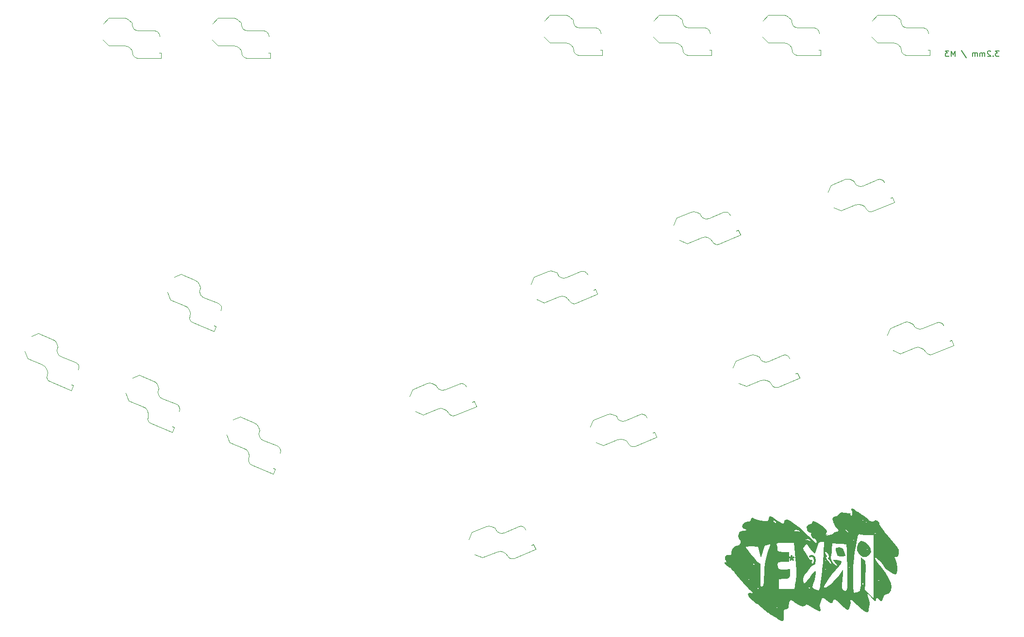
<source format=gbr>
%TF.GenerationSoftware,KiCad,Pcbnew,7.0.5*%
%TF.CreationDate,2023-08-11T22:31:08-05:00*%
%TF.ProjectId,ArkeyV2,41726b65-7956-4322-9e6b-696361645f70,rev?*%
%TF.SameCoordinates,Original*%
%TF.FileFunction,Legend,Bot*%
%TF.FilePolarity,Positive*%
%FSLAX46Y46*%
G04 Gerber Fmt 4.6, Leading zero omitted, Abs format (unit mm)*
G04 Created by KiCad (PCBNEW 7.0.5) date 2023-08-11 22:31:08*
%MOMM*%
%LPD*%
G01*
G04 APERTURE LIST*
%ADD10C,0.150000*%
%ADD11C,0.300000*%
%ADD12C,0.120000*%
G04 APERTURE END LIST*
D10*
X247662458Y-34937819D02*
X247043411Y-34937819D01*
X247043411Y-34937819D02*
X247376744Y-35318771D01*
X247376744Y-35318771D02*
X247233887Y-35318771D01*
X247233887Y-35318771D02*
X247138649Y-35366390D01*
X247138649Y-35366390D02*
X247091030Y-35414009D01*
X247091030Y-35414009D02*
X247043411Y-35509247D01*
X247043411Y-35509247D02*
X247043411Y-35747342D01*
X247043411Y-35747342D02*
X247091030Y-35842580D01*
X247091030Y-35842580D02*
X247138649Y-35890200D01*
X247138649Y-35890200D02*
X247233887Y-35937819D01*
X247233887Y-35937819D02*
X247519601Y-35937819D01*
X247519601Y-35937819D02*
X247614839Y-35890200D01*
X247614839Y-35890200D02*
X247662458Y-35842580D01*
X246614839Y-35842580D02*
X246567220Y-35890200D01*
X246567220Y-35890200D02*
X246614839Y-35937819D01*
X246614839Y-35937819D02*
X246662458Y-35890200D01*
X246662458Y-35890200D02*
X246614839Y-35842580D01*
X246614839Y-35842580D02*
X246614839Y-35937819D01*
X246186268Y-35033057D02*
X246138649Y-34985438D01*
X246138649Y-34985438D02*
X246043411Y-34937819D01*
X246043411Y-34937819D02*
X245805316Y-34937819D01*
X245805316Y-34937819D02*
X245710078Y-34985438D01*
X245710078Y-34985438D02*
X245662459Y-35033057D01*
X245662459Y-35033057D02*
X245614840Y-35128295D01*
X245614840Y-35128295D02*
X245614840Y-35223533D01*
X245614840Y-35223533D02*
X245662459Y-35366390D01*
X245662459Y-35366390D02*
X246233887Y-35937819D01*
X246233887Y-35937819D02*
X245614840Y-35937819D01*
X245186268Y-35937819D02*
X245186268Y-35271152D01*
X245186268Y-35366390D02*
X245138649Y-35318771D01*
X245138649Y-35318771D02*
X245043411Y-35271152D01*
X245043411Y-35271152D02*
X244900554Y-35271152D01*
X244900554Y-35271152D02*
X244805316Y-35318771D01*
X244805316Y-35318771D02*
X244757697Y-35414009D01*
X244757697Y-35414009D02*
X244757697Y-35937819D01*
X244757697Y-35414009D02*
X244710078Y-35318771D01*
X244710078Y-35318771D02*
X244614840Y-35271152D01*
X244614840Y-35271152D02*
X244471983Y-35271152D01*
X244471983Y-35271152D02*
X244376744Y-35318771D01*
X244376744Y-35318771D02*
X244329125Y-35414009D01*
X244329125Y-35414009D02*
X244329125Y-35937819D01*
X243852935Y-35937819D02*
X243852935Y-35271152D01*
X243852935Y-35366390D02*
X243805316Y-35318771D01*
X243805316Y-35318771D02*
X243710078Y-35271152D01*
X243710078Y-35271152D02*
X243567221Y-35271152D01*
X243567221Y-35271152D02*
X243471983Y-35318771D01*
X243471983Y-35318771D02*
X243424364Y-35414009D01*
X243424364Y-35414009D02*
X243424364Y-35937819D01*
X243424364Y-35414009D02*
X243376745Y-35318771D01*
X243376745Y-35318771D02*
X243281507Y-35271152D01*
X243281507Y-35271152D02*
X243138650Y-35271152D01*
X243138650Y-35271152D02*
X243043411Y-35318771D01*
X243043411Y-35318771D02*
X242995792Y-35414009D01*
X242995792Y-35414009D02*
X242995792Y-35937819D01*
X241043412Y-34890200D02*
X241900554Y-36175914D01*
X239948173Y-35937819D02*
X239948173Y-34937819D01*
X239948173Y-34937819D02*
X239614840Y-35652104D01*
X239614840Y-35652104D02*
X239281507Y-34937819D01*
X239281507Y-34937819D02*
X239281507Y-35937819D01*
X238900554Y-34937819D02*
X238281507Y-34937819D01*
X238281507Y-34937819D02*
X238614840Y-35318771D01*
X238614840Y-35318771D02*
X238471983Y-35318771D01*
X238471983Y-35318771D02*
X238376745Y-35366390D01*
X238376745Y-35366390D02*
X238329126Y-35414009D01*
X238329126Y-35414009D02*
X238281507Y-35509247D01*
X238281507Y-35509247D02*
X238281507Y-35747342D01*
X238281507Y-35747342D02*
X238329126Y-35842580D01*
X238329126Y-35842580D02*
X238376745Y-35890200D01*
X238376745Y-35890200D02*
X238471983Y-35937819D01*
X238471983Y-35937819D02*
X238757697Y-35937819D01*
X238757697Y-35937819D02*
X238852935Y-35890200D01*
X238852935Y-35890200D02*
X238900554Y-35842580D01*
D11*
%TO.C,G\u002A\u002A\u002A*%
X214681427Y-123201757D02*
X214824285Y-123130328D01*
X214824285Y-123130328D02*
X215038570Y-123130328D01*
X215038570Y-123130328D02*
X215252856Y-123201757D01*
X215252856Y-123201757D02*
X215395713Y-123344614D01*
X215395713Y-123344614D02*
X215467142Y-123487471D01*
X215467142Y-123487471D02*
X215538570Y-123773185D01*
X215538570Y-123773185D02*
X215538570Y-123987471D01*
X215538570Y-123987471D02*
X215467142Y-124273185D01*
X215467142Y-124273185D02*
X215395713Y-124416042D01*
X215395713Y-124416042D02*
X215252856Y-124558900D01*
X215252856Y-124558900D02*
X215038570Y-124630328D01*
X215038570Y-124630328D02*
X214895713Y-124630328D01*
X214895713Y-124630328D02*
X214681427Y-124558900D01*
X214681427Y-124558900D02*
X214609999Y-124487471D01*
X214609999Y-124487471D02*
X214609999Y-123987471D01*
X214609999Y-123987471D02*
X214895713Y-123987471D01*
X213752856Y-123130328D02*
X213752856Y-123487471D01*
X214109999Y-123344614D02*
X213752856Y-123487471D01*
X213752856Y-123487471D02*
X213395713Y-123344614D01*
X213967142Y-123773185D02*
X213752856Y-123487471D01*
X213752856Y-123487471D02*
X213538570Y-123773185D01*
X212609999Y-123130328D02*
X212609999Y-123487471D01*
X212967142Y-123344614D02*
X212609999Y-123487471D01*
X212609999Y-123487471D02*
X212252856Y-123344614D01*
X212824285Y-123773185D02*
X212609999Y-123487471D01*
X212609999Y-123487471D02*
X212395713Y-123773185D01*
X211467142Y-123130328D02*
X211467142Y-123487471D01*
X211824285Y-123344614D02*
X211467142Y-123487471D01*
X211467142Y-123487471D02*
X211109999Y-123344614D01*
X211681428Y-123773185D02*
X211467142Y-123487471D01*
X211467142Y-123487471D02*
X211252856Y-123773185D01*
G36*
X224977054Y-116907931D02*
G01*
X224977060Y-116908756D01*
X225149467Y-117030091D01*
X225560973Y-117070929D01*
X225582106Y-117070209D01*
X225945017Y-117002409D01*
X226029459Y-116869119D01*
X226060696Y-116802452D01*
X226331588Y-116905535D01*
X226593437Y-117099713D01*
X226656515Y-117211231D01*
X226749147Y-117374999D01*
X226807669Y-117574551D01*
X227100675Y-118080054D01*
X227610113Y-118791453D01*
X227725647Y-118936878D01*
X227906942Y-119165077D01*
X228302415Y-119662867D01*
X229144011Y-120648412D01*
X229549729Y-121115168D01*
X229939118Y-121606959D01*
X230139598Y-121968018D01*
X230197528Y-122290498D01*
X230159268Y-122666551D01*
X230078200Y-123048181D01*
X229924965Y-123294528D01*
X229661595Y-123298584D01*
X229479588Y-123259328D01*
X229387288Y-123323589D01*
X229550161Y-123625060D01*
X229657904Y-123878554D01*
X229794484Y-124473346D01*
X229869556Y-125173154D01*
X229884649Y-125602491D01*
X229862980Y-126048056D01*
X229761739Y-126249461D01*
X229555819Y-126296616D01*
X229490122Y-126289533D01*
X229096879Y-126135210D01*
X228588680Y-125839396D01*
X228081765Y-125482237D01*
X227692373Y-125143879D01*
X227536744Y-124904472D01*
X227462557Y-124749268D01*
X227176527Y-124376419D01*
X226749147Y-123905092D01*
X226699470Y-123854291D01*
X226248350Y-123454812D01*
X226006795Y-123351759D01*
X225983203Y-123508431D01*
X226185973Y-123888125D01*
X226623505Y-124454139D01*
X227128062Y-125069199D01*
X227848128Y-126068398D01*
X228412590Y-127009226D01*
X228576710Y-127371231D01*
X228779967Y-127819564D01*
X228908777Y-128427292D01*
X228789715Y-129151657D01*
X228464825Y-129638308D01*
X227973705Y-129813539D01*
X227631921Y-129949069D01*
X227438295Y-130399693D01*
X227279398Y-130858118D01*
X227059828Y-130956226D01*
X226749147Y-130692770D01*
X226587849Y-130533368D01*
X226331240Y-130399693D01*
X226251957Y-130432576D01*
X226235274Y-130478998D01*
X226158450Y-130692770D01*
X226142363Y-130876612D01*
X226033709Y-130955937D01*
X225781566Y-130769854D01*
X225338634Y-130295438D01*
X225136394Y-130074243D01*
X224817771Y-129762682D01*
X224664222Y-129668067D01*
X224658459Y-129724159D01*
X224730095Y-130054683D01*
X224890862Y-130566839D01*
X224966191Y-130806974D01*
X225069691Y-131314202D01*
X225049884Y-131613136D01*
X224965966Y-131900075D01*
X224934728Y-132381696D01*
X224907469Y-132693253D01*
X224707400Y-132922768D01*
X224310198Y-132829954D01*
X223710309Y-132412864D01*
X222902180Y-131669554D01*
X222421009Y-131203461D01*
X221979614Y-130820180D01*
X221755935Y-130704156D01*
X221727020Y-130839169D01*
X221759315Y-131217512D01*
X221684580Y-131771482D01*
X221516033Y-132250560D01*
X221294829Y-132496890D01*
X221282640Y-132499213D01*
X221027726Y-132380470D01*
X220599679Y-132046845D01*
X220084189Y-131564344D01*
X219570123Y-131085020D01*
X219072980Y-130752908D01*
X218775313Y-130756352D01*
X218676279Y-131095070D01*
X218675950Y-131116416D01*
X218549875Y-131351844D01*
X218205360Y-131274846D01*
X217655875Y-130888154D01*
X217186240Y-130539949D01*
X216828203Y-130411862D01*
X216682674Y-130595077D01*
X216680153Y-130614668D01*
X216601600Y-130977313D01*
X216418273Y-131437922D01*
X216366938Y-131764127D01*
X216480282Y-132268306D01*
X216524158Y-132373308D01*
X216544879Y-132681032D01*
X216292889Y-132730281D01*
X215784575Y-132523388D01*
X215036321Y-132062685D01*
X214772463Y-131886621D01*
X214309363Y-131617561D01*
X214042684Y-131557042D01*
X213894367Y-131678823D01*
X213744546Y-131859311D01*
X213400863Y-131937746D01*
X212887166Y-131748747D01*
X212156004Y-131281465D01*
X211739737Y-130989343D01*
X211367601Y-130790393D01*
X211159509Y-130859717D01*
X211045067Y-131237211D01*
X210953883Y-131962770D01*
X210948210Y-132008323D01*
X210926873Y-132060462D01*
X210811074Y-132343433D01*
X210474452Y-132393250D01*
X210309002Y-132380313D01*
X210142061Y-132458697D01*
X210083206Y-132742409D01*
X210094887Y-133323484D01*
X210104326Y-133680643D01*
X210089449Y-134174103D01*
X210041190Y-134409384D01*
X209981926Y-134443076D01*
X209637742Y-134412800D01*
X209170071Y-134211462D01*
X208720178Y-133894159D01*
X208403609Y-133645066D01*
X208156504Y-133525847D01*
X208110517Y-133515026D01*
X207808154Y-133342956D01*
X207381597Y-133027857D01*
X207324270Y-132981703D01*
X206830460Y-132586386D01*
X206175162Y-132064182D01*
X206170478Y-132060462D01*
X208831318Y-132060462D01*
X208929767Y-132158154D01*
X209028217Y-132060462D01*
X208929767Y-131962770D01*
X208831318Y-132060462D01*
X206170478Y-132060462D01*
X205484031Y-131515255D01*
X205310706Y-131376872D01*
X204707079Y-130879404D01*
X204233379Y-130465765D01*
X203979966Y-130214122D01*
X203960867Y-130188820D01*
X203829426Y-129810275D01*
X203971560Y-129549393D01*
X204325953Y-129527806D01*
X204540497Y-129581645D01*
X204696434Y-129570663D01*
X204696056Y-129568701D01*
X204554336Y-129395125D01*
X204193107Y-129001399D01*
X203944486Y-128738924D01*
X205484031Y-128738924D01*
X205582481Y-128836616D01*
X205680930Y-128738924D01*
X205582481Y-128641231D01*
X205484031Y-128738924D01*
X203944486Y-128738924D01*
X203665164Y-128444038D01*
X203023301Y-127779559D01*
X202987148Y-127742385D01*
X202455353Y-127175847D01*
X203908837Y-127175847D01*
X204007287Y-127273539D01*
X204105736Y-127175847D01*
X204007287Y-127078154D01*
X203908837Y-127175847D01*
X202455353Y-127175847D01*
X202359416Y-127073642D01*
X201862728Y-126501589D01*
X201546396Y-126085930D01*
X201459727Y-125886370D01*
X201472316Y-125796478D01*
X201262318Y-125710462D01*
X201113869Y-125673671D01*
X200955349Y-125417385D01*
X200929100Y-125282002D01*
X200724729Y-125124308D01*
X200616513Y-125103612D01*
X200257891Y-124896738D01*
X199922305Y-124581788D01*
X199802762Y-124355491D01*
X204744710Y-124355491D01*
X204794884Y-124538154D01*
X204835336Y-124595992D01*
X205015024Y-124733539D01*
X205041957Y-124720818D01*
X204991783Y-124538154D01*
X204951330Y-124480317D01*
X204771643Y-124342770D01*
X204744710Y-124355491D01*
X199802762Y-124355491D01*
X199773954Y-124300956D01*
X199788657Y-124243176D01*
X199970853Y-124245077D01*
X200108542Y-124302724D01*
X200142605Y-124169346D01*
X199933474Y-123769830D01*
X199878082Y-123664705D01*
X199857444Y-123243006D01*
X200117983Y-122954366D01*
X200568790Y-122920343D01*
X200740788Y-122948638D01*
X200913490Y-122833313D01*
X200955349Y-122422791D01*
X201125258Y-121834452D01*
X201436903Y-121524770D01*
X203515039Y-121524770D01*
X203613801Y-121747064D01*
X203908931Y-122181023D01*
X204330206Y-122729382D01*
X204806234Y-123305937D01*
X205265622Y-123824487D01*
X205636979Y-124198832D01*
X205848912Y-124342770D01*
X205900534Y-124352104D01*
X206002916Y-124488377D01*
X206039260Y-124720818D01*
X206056983Y-124834165D01*
X206068407Y-125449473D01*
X206042862Y-126394308D01*
X206018565Y-127175847D01*
X206016363Y-127246666D01*
X206017574Y-127872040D01*
X206058496Y-128235591D01*
X206147288Y-128404475D01*
X206292109Y-128445847D01*
X206315204Y-128445023D01*
X206448950Y-128380820D01*
X206544859Y-128170646D01*
X206613699Y-127753309D01*
X206666237Y-127067619D01*
X206713238Y-126052385D01*
X206743138Y-125398130D01*
X206814979Y-124426647D01*
X206924668Y-123666717D01*
X207091556Y-123002059D01*
X207334995Y-122316397D01*
X207562413Y-121715083D01*
X207694024Y-121279650D01*
X207684096Y-121092702D01*
X207542659Y-121095243D01*
X207374365Y-121149072D01*
X206965895Y-121216616D01*
X206835366Y-121307480D01*
X206625402Y-121705370D01*
X206424170Y-122340077D01*
X206140466Y-123463539D01*
X205855777Y-122486616D01*
X205571088Y-121509693D01*
X204543064Y-121450636D01*
X204146721Y-121438222D01*
X203692079Y-121460443D01*
X203515039Y-121524770D01*
X201436903Y-121524770D01*
X201572380Y-121390146D01*
X202180556Y-121216616D01*
X202370798Y-121132833D01*
X202412314Y-121047027D01*
X208863537Y-121047027D01*
X208904114Y-121265462D01*
X208907213Y-121279650D01*
X208972295Y-121577579D01*
X209025528Y-122047000D01*
X209026249Y-122072206D01*
X209114379Y-122269101D01*
X209412972Y-122364203D01*
X210012713Y-122388924D01*
X210997209Y-122388924D01*
X210997209Y-123268154D01*
X210997209Y-124147385D01*
X210012713Y-124147385D01*
X209684254Y-124150695D01*
X209253807Y-124194602D01*
X209069180Y-124325236D01*
X209031232Y-124587000D01*
X209045067Y-124842243D01*
X209203650Y-125278068D01*
X209593909Y-125476501D01*
X210283899Y-125486404D01*
X211194109Y-125414569D01*
X211194109Y-126137138D01*
X211170289Y-126613047D01*
X211032777Y-126910283D01*
X210688150Y-127052729D01*
X210043081Y-127120084D01*
X209225693Y-127175847D01*
X209225405Y-128006231D01*
X209225150Y-128738924D01*
X209225116Y-128836616D01*
X210594489Y-128836616D01*
X211963861Y-128836616D01*
X212023515Y-128458568D01*
X214392772Y-128458568D01*
X214442946Y-128641231D01*
X214483398Y-128699069D01*
X214663086Y-128836616D01*
X214690019Y-128823895D01*
X214639845Y-128641231D01*
X214599392Y-128583393D01*
X214419705Y-128445847D01*
X214392772Y-128458568D01*
X212023515Y-128458568D01*
X212079476Y-128103924D01*
X212084406Y-128072703D01*
X212192419Y-127395994D01*
X212245966Y-127066150D01*
X213450453Y-127066150D01*
X213481874Y-127438608D01*
X213559734Y-127753058D01*
X213677145Y-127918517D01*
X213864284Y-127829758D01*
X214166961Y-127460744D01*
X214630985Y-126785435D01*
X215008713Y-126256974D01*
X215340322Y-125861599D01*
X215536417Y-125710462D01*
X215655740Y-125788376D01*
X215714784Y-126153204D01*
X215636958Y-126741260D01*
X215427442Y-127468924D01*
X215349141Y-127697246D01*
X215193832Y-128213950D01*
X215132093Y-128525268D01*
X215132316Y-128531629D01*
X215307751Y-128752507D01*
X215441557Y-128823895D01*
X215711813Y-128968081D01*
X216085568Y-129085061D01*
X216290120Y-129014029D01*
X216394559Y-128668994D01*
X216419135Y-128534153D01*
X217101085Y-128534153D01*
X217152987Y-128590208D01*
X217445659Y-128639336D01*
X217461500Y-128637840D01*
X217744600Y-128473666D01*
X218193161Y-128093608D01*
X218730999Y-127576801D01*
X219281932Y-127002381D01*
X219769777Y-126449482D01*
X220118352Y-125997240D01*
X220251473Y-125724789D01*
X220257444Y-125666717D01*
X220403632Y-125515077D01*
X220429958Y-125547973D01*
X220457612Y-125863119D01*
X220437049Y-126440700D01*
X220370034Y-127192557D01*
X220364036Y-127246977D01*
X220285802Y-128071908D01*
X220273718Y-128594074D01*
X220331783Y-128892377D01*
X220464000Y-129045719D01*
X220764093Y-129195243D01*
X221003252Y-129122883D01*
X221163182Y-128707024D01*
X221171061Y-128666218D01*
X221198413Y-128271226D01*
X221210768Y-127597342D01*
X221209896Y-126718973D01*
X221209173Y-126659800D01*
X222183179Y-126659800D01*
X222193799Y-127597342D01*
X222196010Y-127792555D01*
X222197870Y-127926632D01*
X222214527Y-128719284D01*
X222249987Y-129200458D01*
X222323681Y-129440037D01*
X222455038Y-129507907D01*
X222663488Y-129473950D01*
X222893495Y-129412691D01*
X223180261Y-129286757D01*
X223376532Y-129074512D01*
X223499413Y-128715071D01*
X223566009Y-128147549D01*
X223573136Y-127930075D01*
X223820597Y-127930075D01*
X223857273Y-128399278D01*
X223882434Y-128463290D01*
X223927054Y-128359503D01*
X223942903Y-127957385D01*
X223937796Y-127744293D01*
X223905168Y-127509452D01*
X223853299Y-127617740D01*
X223820597Y-127930075D01*
X223573136Y-127930075D01*
X223593423Y-127311059D01*
X223598760Y-126144718D01*
X223598760Y-123305282D01*
X224015770Y-123677487D01*
X224155734Y-123815815D01*
X224280681Y-124018187D01*
X224353526Y-124317774D01*
X224382680Y-124787858D01*
X224376557Y-125501719D01*
X224343572Y-126532639D01*
X224292383Y-127957385D01*
X224254363Y-129015586D01*
X225009507Y-129747292D01*
X225764651Y-130478998D01*
X225764651Y-127371231D01*
X226552248Y-127371231D01*
X226650698Y-127468924D01*
X226749147Y-127371231D01*
X226650698Y-127273539D01*
X226552248Y-127371231D01*
X225764651Y-127371231D01*
X225764651Y-124968576D01*
X225764651Y-119458154D01*
X225001667Y-119458154D01*
X224950286Y-119457904D01*
X224261153Y-119421386D01*
X223652194Y-119341759D01*
X223262281Y-119297736D01*
X223060679Y-119442563D01*
X222948001Y-119879067D01*
X222866137Y-120337385D01*
X222813788Y-120630462D01*
X222690667Y-121319751D01*
X222496081Y-122461774D01*
X222356276Y-123389550D01*
X222263169Y-124188160D01*
X222208673Y-124942684D01*
X222206144Y-125026616D01*
X222184705Y-125738204D01*
X222183179Y-126659800D01*
X221209173Y-126659800D01*
X221197567Y-125710526D01*
X221183418Y-125026616D01*
X221432868Y-125026616D01*
X221531318Y-125124308D01*
X221629767Y-125026616D01*
X221531318Y-124928924D01*
X221432868Y-125026616D01*
X221183418Y-125026616D01*
X221175552Y-124646407D01*
X221145619Y-123601023D01*
X221109539Y-122648781D01*
X221069082Y-121864088D01*
X221026017Y-121321349D01*
X220982115Y-121094971D01*
X220828028Y-121055299D01*
X220373892Y-121006420D01*
X219739847Y-120969438D01*
X218577829Y-120923539D01*
X218517326Y-121998154D01*
X218480173Y-122433759D01*
X218393659Y-122963604D01*
X218291380Y-123238362D01*
X218284797Y-123245516D01*
X218268528Y-123525748D01*
X218449777Y-123951048D01*
X218755959Y-124391131D01*
X218826910Y-124455365D01*
X219114485Y-124715715D01*
X219298356Y-124822267D01*
X219375920Y-124797777D01*
X219222195Y-124493717D01*
X219017048Y-124177597D01*
X218774729Y-123906146D01*
X218747425Y-123820101D01*
X218965455Y-123769301D01*
X219339206Y-123774654D01*
X219740689Y-123832730D01*
X220041913Y-123940101D01*
X220163383Y-124039292D01*
X220198160Y-124201898D01*
X220064131Y-124461012D01*
X219726431Y-124878212D01*
X219238588Y-125417385D01*
X219150196Y-125515077D01*
X219131404Y-125535648D01*
X218770384Y-125974384D01*
X218335424Y-126559805D01*
X217888769Y-127200203D01*
X217492664Y-127803867D01*
X217209354Y-128279087D01*
X217101085Y-128534153D01*
X216419135Y-128534153D01*
X216472283Y-128242542D01*
X216638024Y-127109291D01*
X216795200Y-125757308D01*
X216826943Y-125417385D01*
X217297985Y-125417385D01*
X217396434Y-125515077D01*
X217494884Y-125417385D01*
X217396434Y-125319693D01*
X217297985Y-125417385D01*
X216826943Y-125417385D01*
X216930983Y-124303282D01*
X216962665Y-123854308D01*
X217297985Y-123854308D01*
X217396434Y-123952000D01*
X217494884Y-123854308D01*
X217396434Y-123756616D01*
X217297985Y-123854308D01*
X216962665Y-123854308D01*
X217032552Y-122863904D01*
X217053643Y-122497472D01*
X217324621Y-122497472D01*
X217472733Y-122835866D01*
X217659834Y-123099573D01*
X217659888Y-123281845D01*
X217456160Y-123244406D01*
X217411510Y-123227857D01*
X217440308Y-123366784D01*
X217662227Y-123715428D01*
X217741189Y-123823464D01*
X217766355Y-123854308D01*
X218080946Y-124239876D01*
X218320657Y-124462609D01*
X218410602Y-124455365D01*
X218301066Y-124181845D01*
X218128050Y-123914586D01*
X217866602Y-123645382D01*
X217764101Y-123542068D01*
X217901316Y-123358098D01*
X217982835Y-123292012D01*
X218011996Y-123063570D01*
X217789731Y-122653820D01*
X217755012Y-122602276D01*
X217486653Y-122305095D01*
X217340126Y-122361164D01*
X217324621Y-122497472D01*
X217053643Y-122497472D01*
X217161102Y-120630462D01*
X216664435Y-120630462D01*
X216583628Y-120632368D01*
X216295450Y-120715627D01*
X216098821Y-120992310D01*
X215916251Y-121558539D01*
X215826963Y-121869491D01*
X215657810Y-122372308D01*
X215532750Y-122636620D01*
X215407700Y-122609519D01*
X215114705Y-122339378D01*
X214740786Y-121874688D01*
X214080805Y-120962751D01*
X213729205Y-121393620D01*
X213593626Y-121572338D01*
X213517808Y-121783485D01*
X213584422Y-122048485D01*
X213820944Y-122456322D01*
X214254848Y-123095979D01*
X214354038Y-123241030D01*
X214749641Y-123848351D01*
X215027318Y-124321489D01*
X215132093Y-124568188D01*
X215132036Y-124570550D01*
X215007365Y-124815398D01*
X214689342Y-125256022D01*
X214245498Y-125798694D01*
X213872796Y-126247824D01*
X213853317Y-126271298D01*
X213557681Y-126712666D01*
X213450453Y-127066150D01*
X212245966Y-127066150D01*
X212291596Y-126785077D01*
X212298768Y-126727472D01*
X212309810Y-126247824D01*
X212286459Y-125490828D01*
X212232629Y-124548382D01*
X212152235Y-123512385D01*
X211916369Y-120825847D01*
X210350879Y-120825847D01*
X209723247Y-120828384D01*
X209198877Y-120851042D01*
X208937049Y-120916405D01*
X208863537Y-121047027D01*
X202412314Y-121047027D01*
X202523815Y-120816575D01*
X202519796Y-120427576D01*
X202515612Y-120421157D01*
X213767502Y-120421157D01*
X214024879Y-120348767D01*
X214274362Y-120323926D01*
X214714026Y-120469852D01*
X214856938Y-120573494D01*
X214918188Y-120591150D01*
X214709850Y-120354282D01*
X214661085Y-120302687D01*
X214358424Y-120112678D01*
X214020702Y-120233197D01*
X213845777Y-120345413D01*
X213767502Y-120421157D01*
X202515612Y-120421157D01*
X202333643Y-120142000D01*
X202279792Y-120097189D01*
X202149980Y-119745653D01*
X202183158Y-119284595D01*
X202373023Y-118911077D01*
X202702546Y-118745972D01*
X202802366Y-118729888D01*
X211916435Y-118729888D01*
X212006006Y-118797533D01*
X212321927Y-118784257D01*
X212540645Y-118760913D01*
X212941933Y-118908053D01*
X213027712Y-118971315D01*
X213158573Y-119047594D01*
X213005648Y-118862577D01*
X212924348Y-118791752D01*
X212597386Y-118640969D01*
X212228528Y-118569204D01*
X211955602Y-118593247D01*
X211916435Y-118729888D01*
X202802366Y-118729888D01*
X203209845Y-118664231D01*
X203547677Y-118649658D01*
X203634830Y-118599536D01*
X203387513Y-118482539D01*
X203020024Y-118288140D01*
X202813931Y-117954568D01*
X202965034Y-117512256D01*
X203209334Y-117269791D01*
X203759301Y-117113539D01*
X208339070Y-117113539D01*
X208379307Y-117166341D01*
X208657659Y-117308924D01*
X208723867Y-117293870D01*
X208732868Y-117113539D01*
X208692631Y-117060737D01*
X208414279Y-116918154D01*
X208348071Y-116933208D01*
X208339070Y-117113539D01*
X203759301Y-117113539D01*
X204127954Y-117053842D01*
X204302636Y-116831993D01*
X204401200Y-116537678D01*
X204639277Y-116375505D01*
X204866123Y-116472269D01*
X204946348Y-116551212D01*
X205376959Y-116752455D01*
X206038212Y-116925400D01*
X206813101Y-117036159D01*
X207172686Y-117048232D01*
X207402601Y-116938683D01*
X207453023Y-116613983D01*
X207515648Y-116275338D01*
X207751315Y-116165427D01*
X208188010Y-116345182D01*
X208852833Y-116818566D01*
X209253311Y-117113539D01*
X209378784Y-117205956D01*
X209858279Y-117457288D01*
X210126260Y-117424534D01*
X210209612Y-117113539D01*
X210268510Y-116871016D01*
X210581750Y-116722770D01*
X210773721Y-116764974D01*
X211295208Y-117031713D01*
X211988214Y-117501353D01*
X212786783Y-118124151D01*
X213624959Y-118850361D01*
X213830271Y-119047594D01*
X214436782Y-119630237D01*
X214980774Y-120173782D01*
X215435894Y-120591150D01*
X215454736Y-120608429D01*
X215724814Y-120784225D01*
X215822640Y-120720123D01*
X215779842Y-120435077D01*
X215732685Y-120337385D01*
X222220465Y-120337385D01*
X222318915Y-120435077D01*
X222417364Y-120337385D01*
X222318915Y-120239693D01*
X222220465Y-120337385D01*
X215732685Y-120337385D01*
X215670202Y-120207943D01*
X215411405Y-120044308D01*
X215290907Y-120014029D01*
X215022598Y-119777765D01*
X214849041Y-119446830D01*
X214876488Y-119190767D01*
X214901561Y-119131878D01*
X214720025Y-119067385D01*
X214492412Y-118981958D01*
X214190460Y-118672116D01*
X214120765Y-118534564D01*
X214086877Y-118055071D01*
X214317089Y-117665217D01*
X214745222Y-117504308D01*
X214968565Y-117451305D01*
X215132093Y-117217363D01*
X215204707Y-117043836D01*
X215482750Y-117064840D01*
X215994798Y-117331141D01*
X216767927Y-117853262D01*
X217215966Y-118199692D01*
X217551529Y-118568329D01*
X217590160Y-118848110D01*
X217474582Y-119179649D01*
X217458155Y-119463164D01*
X217649394Y-119504739D01*
X217863579Y-119465159D01*
X218328145Y-119389151D01*
X218595668Y-119306471D01*
X218754835Y-119165077D01*
X225961550Y-119165077D01*
X226060000Y-119262770D01*
X226158450Y-119165077D01*
X226060000Y-119067385D01*
X225961550Y-119165077D01*
X218754835Y-119165077D01*
X218829965Y-119098336D01*
X218933723Y-118974330D01*
X219283385Y-118872000D01*
X219545680Y-118825754D01*
X219639472Y-118620113D01*
X219538430Y-118494030D01*
X220843666Y-118494030D01*
X221013954Y-118725462D01*
X221194168Y-118933864D01*
X221358528Y-119067385D01*
X221393078Y-119064177D01*
X221394410Y-118936878D01*
X221088295Y-118651693D01*
X220945629Y-118542547D01*
X220843666Y-118494030D01*
X219538430Y-118494030D01*
X219383564Y-118300783D01*
X219343302Y-118263852D01*
X219064055Y-117896148D01*
X218778218Y-117386316D01*
X218710255Y-117231222D01*
X218706507Y-117211231D01*
X224386357Y-117211231D01*
X224484806Y-117308924D01*
X224583256Y-117211231D01*
X224484806Y-117113539D01*
X224386357Y-117211231D01*
X218706507Y-117211231D01*
X218633238Y-116820462D01*
X223795659Y-116820462D01*
X223894109Y-116918154D01*
X223992558Y-116820462D01*
X223894109Y-116722770D01*
X223795659Y-116820462D01*
X218633238Y-116820462D01*
X218601110Y-116649112D01*
X218795495Y-116271241D01*
X219277817Y-116136616D01*
X219494329Y-116075603D01*
X219750566Y-115772918D01*
X219881160Y-115550453D01*
X220153268Y-115487690D01*
X220685636Y-115557786D01*
X220874229Y-115589870D01*
X221401310Y-115656227D01*
X221714747Y-115660430D01*
X221782347Y-115649282D01*
X221776215Y-115696865D01*
X221732203Y-115738065D01*
X221751603Y-115978779D01*
X221904145Y-116080707D01*
X222031588Y-115929273D01*
X222076362Y-115627402D01*
X221993874Y-115300025D01*
X221876723Y-115027331D01*
X221930182Y-114840019D01*
X222252939Y-114923374D01*
X222835893Y-115277639D01*
X223063146Y-115433986D01*
X223735033Y-115892860D01*
X224316639Y-116285999D01*
X224456916Y-116384083D01*
X224828151Y-116694970D01*
X224915895Y-116820462D01*
X224977054Y-116907931D01*
G37*
G36*
X217691783Y-119360462D02*
G01*
X217593333Y-119458154D01*
X217494884Y-119360462D01*
X217593333Y-119262770D01*
X217691783Y-119360462D01*
G37*
G36*
X225299523Y-122420712D02*
G01*
X224977054Y-122975077D01*
X224468040Y-123304292D01*
X223890182Y-123289751D01*
X223294461Y-122886266D01*
X223264896Y-122856206D01*
X222883338Y-122207010D01*
X222869901Y-121900462D01*
X224583256Y-121900462D01*
X224681705Y-121998154D01*
X224780155Y-121900462D01*
X224681705Y-121802770D01*
X224583256Y-121900462D01*
X222869901Y-121900462D01*
X222851852Y-121488672D01*
X223176722Y-120811932D01*
X223262617Y-120708117D01*
X223501634Y-120492362D01*
X223768300Y-120491286D01*
X224224715Y-120685303D01*
X224335051Y-120740543D01*
X224951314Y-121220638D01*
X225281874Y-121808297D01*
X225284530Y-121900462D01*
X225299523Y-122420712D01*
G37*
G36*
X220088162Y-121628363D02*
G01*
X220414040Y-121794160D01*
X220626010Y-122222695D01*
X220637088Y-122254448D01*
X220782302Y-122719274D01*
X220842171Y-123004233D01*
X220766898Y-123096967D01*
X220437486Y-123165468D01*
X219989715Y-123154203D01*
X219582733Y-123071635D01*
X219375692Y-122926231D01*
X219296011Y-122630790D01*
X219181221Y-122144693D01*
X219178839Y-122133872D01*
X219135616Y-121777799D01*
X219288571Y-121634094D01*
X219736212Y-121607385D01*
X220088162Y-121628363D01*
G37*
D12*
%TO.C,GP14*%
X155182443Y-120193055D02*
X155689544Y-118968805D01*
X155689544Y-118968805D02*
X158227441Y-117917574D01*
X157523363Y-123396036D02*
X156189362Y-122843475D01*
X159968872Y-122383073D02*
X157523363Y-123396036D01*
X158227441Y-117917574D02*
X158630379Y-117837263D01*
X158630379Y-117837263D02*
X159033981Y-117917953D01*
X160528274Y-122265012D02*
X159968872Y-122383073D01*
X159033981Y-117917953D02*
X159730379Y-118206411D01*
X161085235Y-122357947D02*
X160528274Y-122265012D01*
X159730379Y-118206411D02*
X159815335Y-118411512D01*
X159815335Y-118411512D02*
X160063327Y-118782878D01*
X161570862Y-122647117D02*
X161085235Y-122357947D01*
X160063327Y-118782878D02*
X160429199Y-119028567D01*
X161926677Y-123103709D02*
X161570862Y-122647117D01*
X162116475Y-123347645D02*
X161926677Y-123103709D01*
X160429199Y-119028567D02*
X160861637Y-119113549D01*
X162393516Y-123512148D02*
X162116475Y-123347645D01*
X160861637Y-119113549D02*
X161299590Y-119026311D01*
X162711715Y-123564352D02*
X162393516Y-123512148D01*
X163020696Y-123500229D02*
X162711715Y-123564352D01*
X161299590Y-119026311D02*
X163886453Y-117954797D01*
X163886453Y-117954797D02*
X164213436Y-117889712D01*
X164213436Y-117889712D02*
X164547221Y-117956026D01*
X164547221Y-117956026D02*
X164830134Y-118145157D01*
X164830134Y-118145157D02*
X165072069Y-118507125D01*
X166099811Y-121205204D02*
X166435180Y-121066290D01*
X166435180Y-121066290D02*
X166795668Y-121936585D01*
X166795668Y-121936585D02*
X163020696Y-123500229D01*
%TO.C,GP1*%
X110448000Y-30183000D02*
X111385000Y-29246000D01*
X111385000Y-29246000D02*
X114132000Y-29246000D01*
X111385000Y-34038000D02*
X110364000Y-33017000D01*
X114032000Y-34038000D02*
X111385000Y-34038000D01*
X114132000Y-29246000D02*
X114535000Y-29326000D01*
X114535000Y-29326000D02*
X114877000Y-29555000D01*
X114594000Y-34143000D02*
X114032000Y-34038000D01*
X114877000Y-29555000D02*
X115410000Y-30088000D01*
X115073000Y-34442000D02*
X114594000Y-34143000D01*
X115410000Y-30088000D02*
X115410000Y-30310000D01*
X115410000Y-30310000D02*
X115497000Y-30748000D01*
X115411000Y-34895000D02*
X115073000Y-34442000D01*
X115497000Y-30748000D02*
X115741000Y-31115000D01*
X115565000Y-35453000D02*
X115411000Y-34895000D01*
X115647000Y-35751000D02*
X115565000Y-35453000D01*
X115741000Y-31115000D02*
X116108000Y-31359000D01*
X115840000Y-36009000D02*
X115647000Y-35751000D01*
X116108000Y-31359000D02*
X116546000Y-31446000D01*
X116114000Y-36179000D02*
X115840000Y-36009000D01*
X116424000Y-36238000D02*
X116114000Y-36179000D01*
X116546000Y-31446000D02*
X119346000Y-31446000D01*
X119346000Y-31446000D02*
X119673000Y-31511000D01*
X119673000Y-31511000D02*
X119956000Y-31700000D01*
X119956000Y-31700000D02*
X120145000Y-31983000D01*
X120145000Y-31983000D02*
X120230000Y-32410000D01*
X120147000Y-35296000D02*
X120510000Y-35296000D01*
X120510000Y-35296000D02*
X120510000Y-36238000D01*
X120510000Y-36238000D02*
X116424000Y-36238000D01*
%TO.C,GP13*%
X121014585Y-108788330D02*
X117239614Y-107224685D01*
X121375073Y-107918035D02*
X121014585Y-108788330D01*
X121039705Y-107779121D02*
X121375073Y-107918035D01*
X122305687Y-104717543D02*
X122220811Y-105144567D01*
X122239373Y-104383758D02*
X122305687Y-104717543D01*
X122050243Y-104100845D02*
X122239373Y-104383758D01*
X121773009Y-103915655D02*
X122050243Y-104100845D01*
X119186146Y-102844142D02*
X121773009Y-103915655D01*
X117239614Y-107224685D02*
X116975789Y-107051544D01*
X116975789Y-107051544D02*
X116787702Y-106789630D01*
X118814780Y-102596149D02*
X119186146Y-102844142D01*
X116787702Y-106789630D02*
X116708126Y-106477411D01*
X118569091Y-102230278D02*
X118814780Y-102596149D01*
X116708126Y-106477411D02*
X116746407Y-106170715D01*
X116746407Y-106170715D02*
X116817667Y-105596257D01*
X118484109Y-101797839D02*
X118569091Y-102230278D01*
X116817667Y-105596257D02*
X116678752Y-105048392D01*
X118571347Y-101359886D02*
X118484109Y-101797839D01*
X118656303Y-101154785D02*
X118571347Y-101359886D01*
X116678752Y-105048392D02*
X116350636Y-104588847D01*
X118367845Y-100458387D02*
X118656303Y-101154785D01*
X116350636Y-104588847D02*
X115871597Y-104276771D01*
X118139513Y-100115941D02*
X118367845Y-100458387D01*
X117797804Y-99887809D02*
X118139513Y-100115941D01*
X115871597Y-104276771D02*
X113426088Y-103263808D01*
X113426088Y-103263808D02*
X112873527Y-101929808D01*
X115259907Y-98836578D02*
X117797804Y-99887809D01*
X114035658Y-99343678D02*
X115259907Y-98836578D01*
%TO.C,GP15*%
X144849991Y-95248307D02*
X145357092Y-94024057D01*
X145357092Y-94024057D02*
X147894989Y-92972826D01*
X147190911Y-98451288D02*
X145856910Y-97898727D01*
X149636420Y-97438325D02*
X147190911Y-98451288D01*
X147894989Y-92972826D02*
X148297927Y-92892515D01*
X148297927Y-92892515D02*
X148701529Y-92973205D01*
X150195822Y-97320264D02*
X149636420Y-97438325D01*
X148701529Y-92973205D02*
X149397927Y-93261663D01*
X150752783Y-97413199D02*
X150195822Y-97320264D01*
X149397927Y-93261663D02*
X149482883Y-93466764D01*
X149482883Y-93466764D02*
X149730875Y-93838130D01*
X151238410Y-97702369D02*
X150752783Y-97413199D01*
X149730875Y-93838130D02*
X150096747Y-94083819D01*
X151594225Y-98158961D02*
X151238410Y-97702369D01*
X151784023Y-98402897D02*
X151594225Y-98158961D01*
X150096747Y-94083819D02*
X150529185Y-94168801D01*
X152061064Y-98567400D02*
X151784023Y-98402897D01*
X150529185Y-94168801D02*
X150967138Y-94081563D01*
X152379263Y-98619604D02*
X152061064Y-98567400D01*
X152688244Y-98555481D02*
X152379263Y-98619604D01*
X150967138Y-94081563D02*
X153554001Y-93010049D01*
X153554001Y-93010049D02*
X153880984Y-92944964D01*
X153880984Y-92944964D02*
X154214769Y-93011278D01*
X154214769Y-93011278D02*
X154497682Y-93200409D01*
X154497682Y-93200409D02*
X154739617Y-93562377D01*
X155767359Y-96260456D02*
X156102728Y-96121542D01*
X156102728Y-96121542D02*
X156463216Y-96991837D01*
X156463216Y-96991837D02*
X152688244Y-98555481D01*
%TO.C,GP18*%
X201245104Y-90289354D02*
X201752205Y-89065104D01*
X201752205Y-89065104D02*
X204290102Y-88013873D01*
X203586024Y-93492335D02*
X202252023Y-92939774D01*
X206031533Y-92479372D02*
X203586024Y-93492335D01*
X204290102Y-88013873D02*
X204693040Y-87933562D01*
X204693040Y-87933562D02*
X205096642Y-88014252D01*
X206590935Y-92361311D02*
X206031533Y-92479372D01*
X205096642Y-88014252D02*
X205793040Y-88302710D01*
X207147896Y-92454246D02*
X206590935Y-92361311D01*
X205793040Y-88302710D02*
X205877996Y-88507811D01*
X205877996Y-88507811D02*
X206125988Y-88879177D01*
X207633523Y-92743416D02*
X207147896Y-92454246D01*
X206125988Y-88879177D02*
X206491860Y-89124866D01*
X207989338Y-93200008D02*
X207633523Y-92743416D01*
X208179136Y-93443944D02*
X207989338Y-93200008D01*
X206491860Y-89124866D02*
X206924298Y-89209848D01*
X208456177Y-93608447D02*
X208179136Y-93443944D01*
X206924298Y-89209848D02*
X207362251Y-89122610D01*
X208774376Y-93660651D02*
X208456177Y-93608447D01*
X209083357Y-93596528D02*
X208774376Y-93660651D01*
X207362251Y-89122610D02*
X209949114Y-88051096D01*
X209949114Y-88051096D02*
X210276097Y-87986011D01*
X210276097Y-87986011D02*
X210609882Y-88052325D01*
X210609882Y-88052325D02*
X210892795Y-88241456D01*
X210892795Y-88241456D02*
X211134730Y-88603424D01*
X212162472Y-91301503D02*
X212497841Y-91162589D01*
X212497841Y-91162589D02*
X212858329Y-92032884D01*
X212858329Y-92032884D02*
X209083357Y-93596528D01*
%TO.C,GP28*%
X168360000Y-29675000D02*
X169297000Y-28738000D01*
X169297000Y-28738000D02*
X172044000Y-28738000D01*
X169297000Y-33530000D02*
X168276000Y-32509000D01*
X171944000Y-33530000D02*
X169297000Y-33530000D01*
X172044000Y-28738000D02*
X172447000Y-28818000D01*
X172447000Y-28818000D02*
X172789000Y-29047000D01*
X172506000Y-33635000D02*
X171944000Y-33530000D01*
X172789000Y-29047000D02*
X173322000Y-29580000D01*
X172985000Y-33934000D02*
X172506000Y-33635000D01*
X173322000Y-29580000D02*
X173322000Y-29802000D01*
X173322000Y-29802000D02*
X173409000Y-30240000D01*
X173323000Y-34387000D02*
X172985000Y-33934000D01*
X173409000Y-30240000D02*
X173653000Y-30607000D01*
X173477000Y-34945000D02*
X173323000Y-34387000D01*
X173559000Y-35243000D02*
X173477000Y-34945000D01*
X173653000Y-30607000D02*
X174020000Y-30851000D01*
X173752000Y-35501000D02*
X173559000Y-35243000D01*
X174020000Y-30851000D02*
X174458000Y-30938000D01*
X174026000Y-35671000D02*
X173752000Y-35501000D01*
X174336000Y-35730000D02*
X174026000Y-35671000D01*
X174458000Y-30938000D02*
X177258000Y-30938000D01*
X177258000Y-30938000D02*
X177585000Y-31003000D01*
X177585000Y-31003000D02*
X177868000Y-31192000D01*
X177868000Y-31192000D02*
X178057000Y-31475000D01*
X178057000Y-31475000D02*
X178142000Y-31902000D01*
X178059000Y-34788000D02*
X178422000Y-34788000D01*
X178422000Y-34788000D02*
X178422000Y-35730000D01*
X178422000Y-35730000D02*
X174336000Y-35730000D01*
%TO.C,GP22*%
X225510000Y-29675000D02*
X226447000Y-28738000D01*
X226447000Y-28738000D02*
X229194000Y-28738000D01*
X226447000Y-33530000D02*
X225426000Y-32509000D01*
X229094000Y-33530000D02*
X226447000Y-33530000D01*
X229194000Y-28738000D02*
X229597000Y-28818000D01*
X229597000Y-28818000D02*
X229939000Y-29047000D01*
X229656000Y-33635000D02*
X229094000Y-33530000D01*
X229939000Y-29047000D02*
X230472000Y-29580000D01*
X230135000Y-33934000D02*
X229656000Y-33635000D01*
X230472000Y-29580000D02*
X230472000Y-29802000D01*
X230472000Y-29802000D02*
X230559000Y-30240000D01*
X230473000Y-34387000D02*
X230135000Y-33934000D01*
X230559000Y-30240000D02*
X230803000Y-30607000D01*
X230627000Y-34945000D02*
X230473000Y-34387000D01*
X230709000Y-35243000D02*
X230627000Y-34945000D01*
X230803000Y-30607000D02*
X231170000Y-30851000D01*
X230902000Y-35501000D02*
X230709000Y-35243000D01*
X231170000Y-30851000D02*
X231608000Y-30938000D01*
X231176000Y-35671000D02*
X230902000Y-35501000D01*
X231486000Y-35730000D02*
X231176000Y-35671000D01*
X231608000Y-30938000D02*
X234408000Y-30938000D01*
X234408000Y-30938000D02*
X234735000Y-31003000D01*
X234735000Y-31003000D02*
X235018000Y-31192000D01*
X235018000Y-31192000D02*
X235207000Y-31475000D01*
X235207000Y-31475000D02*
X235292000Y-31902000D01*
X235209000Y-34788000D02*
X235572000Y-34788000D01*
X235572000Y-34788000D02*
X235572000Y-35730000D01*
X235572000Y-35730000D02*
X231486000Y-35730000D01*
%TO.C,GP17*%
X165967904Y-75677059D02*
X166475005Y-74452809D01*
X166475005Y-74452809D02*
X169012902Y-73401578D01*
X168308824Y-78880040D02*
X166974823Y-78327479D01*
X170754333Y-77867077D02*
X168308824Y-78880040D01*
X169012902Y-73401578D02*
X169415840Y-73321267D01*
X169415840Y-73321267D02*
X169819442Y-73401957D01*
X171313735Y-77749016D02*
X170754333Y-77867077D01*
X169819442Y-73401957D02*
X170515840Y-73690415D01*
X171870696Y-77841951D02*
X171313735Y-77749016D01*
X170515840Y-73690415D02*
X170600796Y-73895516D01*
X170600796Y-73895516D02*
X170848788Y-74266882D01*
X172356323Y-78131121D02*
X171870696Y-77841951D01*
X170848788Y-74266882D02*
X171214660Y-74512571D01*
X172712138Y-78587713D02*
X172356323Y-78131121D01*
X172901936Y-78831649D02*
X172712138Y-78587713D01*
X171214660Y-74512571D02*
X171647098Y-74597553D01*
X173178977Y-78996152D02*
X172901936Y-78831649D01*
X171647098Y-74597553D02*
X172085051Y-74510315D01*
X173497176Y-79048356D02*
X173178977Y-78996152D01*
X173806157Y-78984233D02*
X173497176Y-79048356D01*
X172085051Y-74510315D02*
X174671914Y-73438801D01*
X174671914Y-73438801D02*
X174998897Y-73373716D01*
X174998897Y-73373716D02*
X175332682Y-73440030D01*
X175332682Y-73440030D02*
X175615595Y-73629161D01*
X175615595Y-73629161D02*
X175857530Y-73991129D01*
X176885272Y-76689208D02*
X177220641Y-76550294D01*
X177220641Y-76550294D02*
X177581129Y-77420589D01*
X177581129Y-77420589D02*
X173806157Y-78984233D01*
%TO.C,GP12*%
X103414680Y-101498210D02*
X99639709Y-99934565D01*
X103775168Y-100627915D02*
X103414680Y-101498210D01*
X103439800Y-100489001D02*
X103775168Y-100627915D01*
X104705782Y-97427423D02*
X104620906Y-97854447D01*
X104639468Y-97093638D02*
X104705782Y-97427423D01*
X104450338Y-96810725D02*
X104639468Y-97093638D01*
X104173104Y-96625535D02*
X104450338Y-96810725D01*
X101586241Y-95554022D02*
X104173104Y-96625535D01*
X99639709Y-99934565D02*
X99375884Y-99761424D01*
X99375884Y-99761424D02*
X99187797Y-99499510D01*
X101214875Y-95306029D02*
X101586241Y-95554022D01*
X99187797Y-99499510D02*
X99108221Y-99187291D01*
X100969186Y-94940158D02*
X101214875Y-95306029D01*
X99108221Y-99187291D02*
X99146502Y-98880595D01*
X99146502Y-98880595D02*
X99217762Y-98306137D01*
X100884204Y-94507719D02*
X100969186Y-94940158D01*
X99217762Y-98306137D02*
X99078847Y-97758272D01*
X100971442Y-94069766D02*
X100884204Y-94507719D01*
X101056398Y-93864665D02*
X100971442Y-94069766D01*
X99078847Y-97758272D02*
X98750731Y-97298727D01*
X100767940Y-93168267D02*
X101056398Y-93864665D01*
X98750731Y-97298727D02*
X98271692Y-96986651D01*
X100539608Y-92825821D02*
X100767940Y-93168267D01*
X100197899Y-92597689D02*
X100539608Y-92825821D01*
X98271692Y-96986651D02*
X95826183Y-95973688D01*
X95826183Y-95973688D02*
X95273622Y-94639688D01*
X97660002Y-91546458D02*
X100197899Y-92597689D01*
X96435753Y-92053558D02*
X97660002Y-91546458D01*
%TO.C,GP27*%
X187410000Y-29675000D02*
X188347000Y-28738000D01*
X188347000Y-28738000D02*
X191094000Y-28738000D01*
X188347000Y-33530000D02*
X187326000Y-32509000D01*
X190994000Y-33530000D02*
X188347000Y-33530000D01*
X191094000Y-28738000D02*
X191497000Y-28818000D01*
X191497000Y-28818000D02*
X191839000Y-29047000D01*
X191556000Y-33635000D02*
X190994000Y-33530000D01*
X191839000Y-29047000D02*
X192372000Y-29580000D01*
X192035000Y-33934000D02*
X191556000Y-33635000D01*
X192372000Y-29580000D02*
X192372000Y-29802000D01*
X192372000Y-29802000D02*
X192459000Y-30240000D01*
X192373000Y-34387000D02*
X192035000Y-33934000D01*
X192459000Y-30240000D02*
X192703000Y-30607000D01*
X192527000Y-34945000D02*
X192373000Y-34387000D01*
X192609000Y-35243000D02*
X192527000Y-34945000D01*
X192703000Y-30607000D02*
X193070000Y-30851000D01*
X192802000Y-35501000D02*
X192609000Y-35243000D01*
X193070000Y-30851000D02*
X193508000Y-30938000D01*
X193076000Y-35671000D02*
X192802000Y-35501000D01*
X193386000Y-35730000D02*
X193076000Y-35671000D01*
X193508000Y-30938000D02*
X196308000Y-30938000D01*
X196308000Y-30938000D02*
X196635000Y-31003000D01*
X196635000Y-31003000D02*
X196918000Y-31192000D01*
X196918000Y-31192000D02*
X197107000Y-31475000D01*
X197107000Y-31475000D02*
X197192000Y-31902000D01*
X197109000Y-34788000D02*
X197472000Y-34788000D01*
X197472000Y-34788000D02*
X197472000Y-35730000D01*
X197472000Y-35730000D02*
X193386000Y-35730000D01*
%TO.C,GP21*%
X228103268Y-84576299D02*
X228610369Y-83352049D01*
X228610369Y-83352049D02*
X231148266Y-82300818D01*
X230444188Y-87779280D02*
X229110187Y-87226719D01*
X232889697Y-86766317D02*
X230444188Y-87779280D01*
X231148266Y-82300818D02*
X231551204Y-82220507D01*
X231551204Y-82220507D02*
X231954806Y-82301197D01*
X233449099Y-86648256D02*
X232889697Y-86766317D01*
X231954806Y-82301197D02*
X232651204Y-82589655D01*
X234006060Y-86741191D02*
X233449099Y-86648256D01*
X232651204Y-82589655D02*
X232736160Y-82794756D01*
X232736160Y-82794756D02*
X232984152Y-83166122D01*
X234491687Y-87030361D02*
X234006060Y-86741191D01*
X232984152Y-83166122D02*
X233350024Y-83411811D01*
X234847502Y-87486953D02*
X234491687Y-87030361D01*
X235037300Y-87730889D02*
X234847502Y-87486953D01*
X233350024Y-83411811D02*
X233782462Y-83496793D01*
X235314341Y-87895392D02*
X235037300Y-87730889D01*
X233782462Y-83496793D02*
X234220415Y-83409555D01*
X235632540Y-87947596D02*
X235314341Y-87895392D01*
X235941521Y-87883473D02*
X235632540Y-87947596D01*
X234220415Y-83409555D02*
X236807278Y-82338041D01*
X236807278Y-82338041D02*
X237134261Y-82272956D01*
X237134261Y-82272956D02*
X237468046Y-82339270D01*
X237468046Y-82339270D02*
X237750959Y-82528401D01*
X237750959Y-82528401D02*
X237992894Y-82890369D01*
X239020636Y-85588448D02*
X239356005Y-85449534D01*
X239356005Y-85449534D02*
X239716493Y-86319829D01*
X239716493Y-86319829D02*
X235941521Y-87883473D01*
%TO.C,GP10*%
X78835848Y-84763439D02*
X80060097Y-84256339D01*
X80060097Y-84256339D02*
X82597994Y-85307570D01*
X78226278Y-88683569D02*
X77673717Y-87349569D01*
X80671787Y-89696532D02*
X78226278Y-88683569D01*
X82597994Y-85307570D02*
X82939703Y-85535702D01*
X82939703Y-85535702D02*
X83168035Y-85878148D01*
X81150826Y-90008608D02*
X80671787Y-89696532D01*
X83168035Y-85878148D02*
X83456493Y-86574546D01*
X81478942Y-90468153D02*
X81150826Y-90008608D01*
X83456493Y-86574546D02*
X83371537Y-86779647D01*
X83371537Y-86779647D02*
X83284299Y-87217600D01*
X81617857Y-91016018D02*
X81478942Y-90468153D01*
X83284299Y-87217600D02*
X83369281Y-87650039D01*
X81546597Y-91590476D02*
X81617857Y-91016018D01*
X81508316Y-91897172D02*
X81546597Y-91590476D01*
X83369281Y-87650039D02*
X83614970Y-88015910D01*
X81587892Y-92209391D02*
X81508316Y-91897172D01*
X83614970Y-88015910D02*
X83986336Y-88263903D01*
X81775979Y-92471305D02*
X81587892Y-92209391D01*
X82039804Y-92644446D02*
X81775979Y-92471305D01*
X83986336Y-88263903D02*
X86573199Y-89335416D01*
X86573199Y-89335416D02*
X86850433Y-89520606D01*
X86850433Y-89520606D02*
X87039563Y-89803519D01*
X87039563Y-89803519D02*
X87105877Y-90137304D01*
X87105877Y-90137304D02*
X87021001Y-90564328D01*
X85839895Y-93198882D02*
X86175263Y-93337796D01*
X86175263Y-93337796D02*
X85814775Y-94208091D01*
X85814775Y-94208091D02*
X82039804Y-92644446D01*
%TO.C,GP26*%
X206460000Y-29675000D02*
X207397000Y-28738000D01*
X207397000Y-28738000D02*
X210144000Y-28738000D01*
X207397000Y-33530000D02*
X206376000Y-32509000D01*
X210044000Y-33530000D02*
X207397000Y-33530000D01*
X210144000Y-28738000D02*
X210547000Y-28818000D01*
X210547000Y-28818000D02*
X210889000Y-29047000D01*
X210606000Y-33635000D02*
X210044000Y-33530000D01*
X210889000Y-29047000D02*
X211422000Y-29580000D01*
X211085000Y-33934000D02*
X210606000Y-33635000D01*
X211422000Y-29580000D02*
X211422000Y-29802000D01*
X211422000Y-29802000D02*
X211509000Y-30240000D01*
X211423000Y-34387000D02*
X211085000Y-33934000D01*
X211509000Y-30240000D02*
X211753000Y-30607000D01*
X211577000Y-34945000D02*
X211423000Y-34387000D01*
X211659000Y-35243000D02*
X211577000Y-34945000D01*
X211753000Y-30607000D02*
X212120000Y-30851000D01*
X211852000Y-35501000D02*
X211659000Y-35243000D01*
X212120000Y-30851000D02*
X212558000Y-30938000D01*
X212126000Y-35671000D02*
X211852000Y-35501000D01*
X212436000Y-35730000D02*
X212126000Y-35671000D01*
X212558000Y-30938000D02*
X215358000Y-30938000D01*
X215358000Y-30938000D02*
X215685000Y-31003000D01*
X215685000Y-31003000D02*
X215968000Y-31192000D01*
X215968000Y-31192000D02*
X216157000Y-31475000D01*
X216157000Y-31475000D02*
X216242000Y-31902000D01*
X216159000Y-34788000D02*
X216522000Y-34788000D01*
X216522000Y-34788000D02*
X216522000Y-35730000D01*
X216522000Y-35730000D02*
X212436000Y-35730000D01*
%TO.C,GP11*%
X110704799Y-83898306D02*
X106929828Y-82334661D01*
X111065287Y-83028011D02*
X110704799Y-83898306D01*
X110729919Y-82889097D02*
X111065287Y-83028011D01*
X111995901Y-79827519D02*
X111911025Y-80254543D01*
X111929587Y-79493734D02*
X111995901Y-79827519D01*
X111740457Y-79210821D02*
X111929587Y-79493734D01*
X111463223Y-79025631D02*
X111740457Y-79210821D01*
X108876360Y-77954118D02*
X111463223Y-79025631D01*
X106929828Y-82334661D02*
X106666003Y-82161520D01*
X106666003Y-82161520D02*
X106477916Y-81899606D01*
X108504994Y-77706125D02*
X108876360Y-77954118D01*
X106477916Y-81899606D02*
X106398340Y-81587387D01*
X108259305Y-77340254D02*
X108504994Y-77706125D01*
X106398340Y-81587387D02*
X106436621Y-81280691D01*
X106436621Y-81280691D02*
X106507881Y-80706233D01*
X108174323Y-76907815D02*
X108259305Y-77340254D01*
X106507881Y-80706233D02*
X106368966Y-80158368D01*
X108261561Y-76469862D02*
X108174323Y-76907815D01*
X108346517Y-76264761D02*
X108261561Y-76469862D01*
X106368966Y-80158368D02*
X106040850Y-79698823D01*
X108058059Y-75568363D02*
X108346517Y-76264761D01*
X106040850Y-79698823D02*
X105561811Y-79386747D01*
X107829727Y-75225917D02*
X108058059Y-75568363D01*
X107488018Y-74997785D02*
X107829727Y-75225917D01*
X105561811Y-79386747D02*
X103116302Y-78373784D01*
X103116302Y-78373784D02*
X102563741Y-77039784D01*
X104950121Y-73946554D02*
X107488018Y-74997785D01*
X103725872Y-74453654D02*
X104950121Y-73946554D01*
%TO.C,GP16*%
X176300356Y-100621807D02*
X176807457Y-99397557D01*
X176807457Y-99397557D02*
X179345354Y-98346326D01*
X178641276Y-103824788D02*
X177307275Y-103272227D01*
X181086785Y-102811825D02*
X178641276Y-103824788D01*
X179345354Y-98346326D02*
X179748292Y-98266015D01*
X179748292Y-98266015D02*
X180151894Y-98346705D01*
X181646187Y-102693764D02*
X181086785Y-102811825D01*
X180151894Y-98346705D02*
X180848292Y-98635163D01*
X182203148Y-102786699D02*
X181646187Y-102693764D01*
X180848292Y-98635163D02*
X180933248Y-98840264D01*
X180933248Y-98840264D02*
X181181240Y-99211630D01*
X182688775Y-103075869D02*
X182203148Y-102786699D01*
X181181240Y-99211630D02*
X181547112Y-99457319D01*
X183044590Y-103532461D02*
X182688775Y-103075869D01*
X183234388Y-103776397D02*
X183044590Y-103532461D01*
X181547112Y-99457319D02*
X181979550Y-99542301D01*
X183511429Y-103940900D02*
X183234388Y-103776397D01*
X181979550Y-99542301D02*
X182417503Y-99455063D01*
X183829628Y-103993104D02*
X183511429Y-103940900D01*
X184138609Y-103928981D02*
X183829628Y-103993104D01*
X182417503Y-99455063D02*
X185004366Y-98383549D01*
X185004366Y-98383549D02*
X185331349Y-98318464D01*
X185331349Y-98318464D02*
X185665134Y-98384778D01*
X185665134Y-98384778D02*
X185948047Y-98573909D01*
X185948047Y-98573909D02*
X186189982Y-98935877D01*
X187217724Y-101633956D02*
X187553093Y-101495042D01*
X187553093Y-101495042D02*
X187913581Y-102365337D01*
X187913581Y-102365337D02*
X184138609Y-103928981D01*
%TO.C,GP0*%
X91398000Y-30183000D02*
X92335000Y-29246000D01*
X92335000Y-29246000D02*
X95082000Y-29246000D01*
X92335000Y-34038000D02*
X91314000Y-33017000D01*
X94982000Y-34038000D02*
X92335000Y-34038000D01*
X95082000Y-29246000D02*
X95485000Y-29326000D01*
X95485000Y-29326000D02*
X95827000Y-29555000D01*
X95544000Y-34143000D02*
X94982000Y-34038000D01*
X95827000Y-29555000D02*
X96360000Y-30088000D01*
X96023000Y-34442000D02*
X95544000Y-34143000D01*
X96360000Y-30088000D02*
X96360000Y-30310000D01*
X96360000Y-30310000D02*
X96447000Y-30748000D01*
X96361000Y-34895000D02*
X96023000Y-34442000D01*
X96447000Y-30748000D02*
X96691000Y-31115000D01*
X96515000Y-35453000D02*
X96361000Y-34895000D01*
X96597000Y-35751000D02*
X96515000Y-35453000D01*
X96691000Y-31115000D02*
X97058000Y-31359000D01*
X96790000Y-36009000D02*
X96597000Y-35751000D01*
X97058000Y-31359000D02*
X97496000Y-31446000D01*
X97064000Y-36179000D02*
X96790000Y-36009000D01*
X97374000Y-36238000D02*
X97064000Y-36179000D01*
X97496000Y-31446000D02*
X100296000Y-31446000D01*
X100296000Y-31446000D02*
X100623000Y-31511000D01*
X100623000Y-31511000D02*
X100906000Y-31700000D01*
X100906000Y-31700000D02*
X101095000Y-31983000D01*
X101095000Y-31983000D02*
X101180000Y-32410000D01*
X101097000Y-35296000D02*
X101460000Y-35296000D01*
X101460000Y-35296000D02*
X101460000Y-36238000D01*
X101460000Y-36238000D02*
X97374000Y-36238000D01*
%TO.C,GP20*%
X217770815Y-59631551D02*
X218277916Y-58407301D01*
X218277916Y-58407301D02*
X220815813Y-57356070D01*
X220111735Y-62834532D02*
X218777734Y-62281971D01*
X222557244Y-61821569D02*
X220111735Y-62834532D01*
X220815813Y-57356070D02*
X221218751Y-57275759D01*
X221218751Y-57275759D02*
X221622353Y-57356449D01*
X223116646Y-61703508D02*
X222557244Y-61821569D01*
X221622353Y-57356449D02*
X222318751Y-57644907D01*
X223673607Y-61796443D02*
X223116646Y-61703508D01*
X222318751Y-57644907D02*
X222403707Y-57850008D01*
X222403707Y-57850008D02*
X222651699Y-58221374D01*
X224159234Y-62085613D02*
X223673607Y-61796443D01*
X222651699Y-58221374D02*
X223017571Y-58467063D01*
X224515049Y-62542205D02*
X224159234Y-62085613D01*
X224704847Y-62786141D02*
X224515049Y-62542205D01*
X223017571Y-58467063D02*
X223450009Y-58552045D01*
X224981888Y-62950644D02*
X224704847Y-62786141D01*
X223450009Y-58552045D02*
X223887962Y-58464807D01*
X225300087Y-63002848D02*
X224981888Y-62950644D01*
X225609068Y-62938725D02*
X225300087Y-63002848D01*
X223887962Y-58464807D02*
X226474825Y-57393293D01*
X226474825Y-57393293D02*
X226801808Y-57328208D01*
X226801808Y-57328208D02*
X227135593Y-57394522D01*
X227135593Y-57394522D02*
X227418506Y-57583653D01*
X227418506Y-57583653D02*
X227660441Y-57945621D01*
X228688183Y-60643700D02*
X229023552Y-60504786D01*
X229023552Y-60504786D02*
X229384040Y-61375081D01*
X229384040Y-61375081D02*
X225609068Y-62938725D01*
%TO.C,GP19*%
X190912651Y-65344606D02*
X191419752Y-64120356D01*
X191419752Y-64120356D02*
X193957649Y-63069125D01*
X193253571Y-68547587D02*
X191919570Y-67995026D01*
X195699080Y-67534624D02*
X193253571Y-68547587D01*
X193957649Y-63069125D02*
X194360587Y-62988814D01*
X194360587Y-62988814D02*
X194764189Y-63069504D01*
X196258482Y-67416563D02*
X195699080Y-67534624D01*
X194764189Y-63069504D02*
X195460587Y-63357962D01*
X196815443Y-67509498D02*
X196258482Y-67416563D01*
X195460587Y-63357962D02*
X195545543Y-63563063D01*
X195545543Y-63563063D02*
X195793535Y-63934429D01*
X197301070Y-67798668D02*
X196815443Y-67509498D01*
X195793535Y-63934429D02*
X196159407Y-64180118D01*
X197656885Y-68255260D02*
X197301070Y-67798668D01*
X197846683Y-68499196D02*
X197656885Y-68255260D01*
X196159407Y-64180118D02*
X196591845Y-64265100D01*
X198123724Y-68663699D02*
X197846683Y-68499196D01*
X196591845Y-64265100D02*
X197029798Y-64177862D01*
X198441923Y-68715903D02*
X198123724Y-68663699D01*
X198750904Y-68651780D02*
X198441923Y-68715903D01*
X197029798Y-64177862D02*
X199616661Y-63106348D01*
X199616661Y-63106348D02*
X199943644Y-63041263D01*
X199943644Y-63041263D02*
X200277429Y-63107577D01*
X200277429Y-63107577D02*
X200560342Y-63296708D01*
X200560342Y-63296708D02*
X200802277Y-63658676D01*
X201830019Y-66356755D02*
X202165388Y-66217841D01*
X202165388Y-66217841D02*
X202525876Y-67088136D01*
X202525876Y-67088136D02*
X198750904Y-68651780D01*
%TD*%
M02*

</source>
